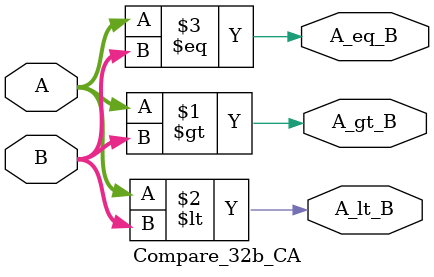
<source format=v>
module Compare_32b_CA #(parameter w = 32)
                       (output A_gt_B, A_lt_B, A_eq_B, 
                        input [w-1:0] A, B); 
                                  
   
        assign A_gt_B = (A>B);
        assign A_lt_B = (A<B);
        assign A_eq_B = (A==B);
endmodule

</source>
